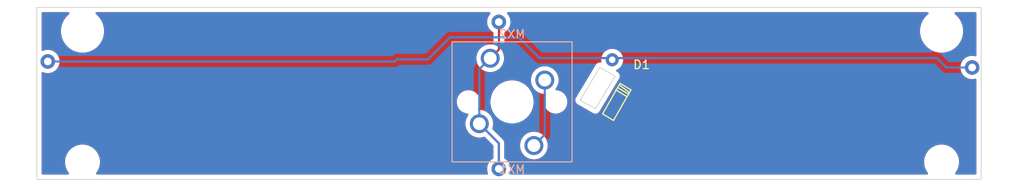
<source format=kicad_pcb>
(kicad_pcb (version 20171130) (host pcbnew "(5.1.6)-1")

  (general
    (thickness 1.6)
    (drawings 15)
    (tracks 27)
    (zones 0)
    (modules 3)
    (nets 4)
  )

  (page A4)
  (layers
    (0 F.Cu signal)
    (31 B.Cu signal)
    (32 B.Adhes user)
    (33 F.Adhes user)
    (34 B.Paste user)
    (35 F.Paste user)
    (36 B.SilkS user)
    (37 F.SilkS user)
    (38 B.Mask user)
    (39 F.Mask user)
    (40 Dwgs.User user)
    (41 Cmts.User user)
    (42 Eco1.User user)
    (43 Eco2.User user)
    (44 Edge.Cuts user)
    (45 Margin user)
    (46 B.CrtYd user)
    (47 F.CrtYd user)
    (48 B.Fab user)
    (49 F.Fab user)
  )

  (setup
    (last_trace_width 0.25)
    (trace_clearance 0.2)
    (zone_clearance 0.508)
    (zone_45_only no)
    (trace_min 0.2)
    (via_size 0.8)
    (via_drill 0.4)
    (via_min_size 0.4)
    (via_min_drill 0.3)
    (uvia_size 0.3)
    (uvia_drill 0.1)
    (uvias_allowed no)
    (uvia_min_size 0.2)
    (uvia_min_drill 0.1)
    (edge_width 0.1)
    (segment_width 0.2)
    (pcb_text_width 0.3)
    (pcb_text_size 1.5 1.5)
    (mod_edge_width 0.15)
    (mod_text_size 1 1)
    (mod_text_width 0.15)
    (pad_size 1.524 1.524)
    (pad_drill 0.762)
    (pad_to_mask_clearance 0)
    (aux_axis_origin 0 0)
    (visible_elements 7FFFFFFF)
    (pcbplotparams
      (layerselection 0x010fc_ffffffff)
      (usegerberextensions false)
      (usegerberattributes false)
      (usegerberadvancedattributes false)
      (creategerberjobfile false)
      (excludeedgelayer true)
      (linewidth 0.100000)
      (plotframeref false)
      (viasonmask false)
      (mode 1)
      (useauxorigin false)
      (hpglpennumber 1)
      (hpglpenspeed 20)
      (hpglpendiameter 15.000000)
      (psnegative false)
      (psa4output false)
      (plotreference true)
      (plotvalue true)
      (plotinvisibletext false)
      (padsonsilk false)
      (subtractmaskfromsilk false)
      (outputformat 1)
      (mirror false)
      (drillshape 0)
      (scaleselection 1)
      (outputdirectory "Gerbers"))
  )

  (net 0 "")
  (net 1 "Net-(D1-Pad2)")
  (net 2 "Net-(D1-Pad1)")
  (net 3 "Net-(MX1-Pad1)")

  (net_class Default "This is the default net class."
    (clearance 0.2)
    (trace_width 0.25)
    (via_dia 0.8)
    (via_drill 0.4)
    (uvia_dia 0.3)
    (uvia_drill 0.1)
    (add_net "Net-(D1-Pad1)")
    (add_net "Net-(D1-Pad2)")
    (add_net "Net-(MX1-Pad1)")
  )

  (module "Pikatea Macropad Encoder Side Mount:Diode Handwire helper" (layer F.Cu) (tedit 61A95E36) (tstamp 618AFB1D)
    (at 149.098 94.234)
    (path /61533FAC)
    (fp_text reference D1 (at 12.922 -2.422) (layer F.SilkS)
      (effects (font (size 1 1) (thickness 0.15)))
    )
    (fp_text value DIODE (at 14.7 -4.7) (layer F.Fab)
      (effects (font (size 1 1) (thickness 0.15)))
    )
    (pad 2 thru_hole circle (at -3.7 9.7 90) (size 1.7 1.7) (drill 0.9) (layers *.Cu *.Mask)
      (net 1 "Net-(D1-Pad2)"))
    (pad 2 thru_hole circle (at -3.7 -7.4 90) (size 1.7 1.7) (drill 0.9) (layers *.Cu *.Mask)
      (net 1 "Net-(D1-Pad2)"))
    (pad 1 thru_hole circle (at -56.2 -2.8 90) (size 1.7 1.7) (drill 0.9) (layers *.Cu *.Mask)
      (net 2 "Net-(D1-Pad1)"))
    (pad 1 thru_hole circle (at 51.4 -2.1 90) (size 1.7 1.7) (drill 0.9) (layers *.Cu *.Mask)
      (net 2 "Net-(D1-Pad1)"))
    (pad 3 thru_hole circle (at 9.5 -3) (size 1.524 1.524) (drill 0.762) (layers *.Cu *.Mask))
  )

  (module Button_Switch_Keyboard:SW_Cherry_MX_6.25u_PCB locked (layer B.Cu) (tedit 5A02FE24) (tstamp 618AFEA9)
    (at 149.479 101.219)
    (descr "Cherry MX keyswitch, 6.25u, PCB mount, http://cherryamericas.com/wp-content/uploads/2014/12/mx_cat.pdf")
    (tags "Cherry MX keyswitch 6.25u PCB")
    (path /615335F4)
    (fp_text reference MX1 (at -2.54 2.794) (layer B.SilkS)
      (effects (font (size 1 1) (thickness 0.15)) (justify mirror))
    )
    (fp_text value MX-NoLED (at -2.54 -12.954) (layer B.Fab)
      (effects (font (size 1 1) (thickness 0.15)) (justify mirror))
    )
    (fp_line (start -9.525 -12.065) (end -9.525 1.905) (layer B.SilkS) (width 0.12))
    (fp_line (start 4.445 -12.065) (end -9.525 -12.065) (layer B.SilkS) (width 0.12))
    (fp_line (start 4.445 1.905) (end 4.445 -12.065) (layer B.SilkS) (width 0.12))
    (fp_line (start -9.525 1.905) (end 4.445 1.905) (layer B.SilkS) (width 0.12))
    (fp_line (start -62.07125 -14.605) (end -62.07125 4.445) (layer Dwgs.User) (width 0.15))
    (fp_line (start 56.99125 -14.605) (end -62.07125 -14.605) (layer Dwgs.User) (width 0.15))
    (fp_line (start 56.99125 4.445) (end 56.99125 -14.605) (layer Dwgs.User) (width 0.15))
    (fp_line (start -62.07125 4.445) (end 56.99125 4.445) (layer Dwgs.User) (width 0.15))
    (fp_line (start -9.14 1.52) (end 4.06 1.52) (layer B.CrtYd) (width 0.05))
    (fp_line (start 4.06 1.52) (end 4.06 -11.68) (layer B.CrtYd) (width 0.05))
    (fp_line (start 4.06 -11.68) (end -9.14 -11.68) (layer B.CrtYd) (width 0.05))
    (fp_line (start -9.14 -11.68) (end -9.14 1.52) (layer B.CrtYd) (width 0.05))
    (fp_line (start -8.89 -11.43) (end -8.89 1.27) (layer B.Fab) (width 0.1))
    (fp_line (start 3.81 -11.43) (end -8.89 -11.43) (layer B.Fab) (width 0.1))
    (fp_line (start 3.81 1.27) (end 3.81 -11.43) (layer B.Fab) (width 0.1))
    (fp_line (start -8.89 1.27) (end 3.81 1.27) (layer B.Fab) (width 0.1))
    (fp_text user %R (at -2.54 2.794) (layer B.Fab)
      (effects (font (size 1 1) (thickness 0.15)) (justify mirror))
    )
    (pad "" np_thru_hole circle (at 47.46 1.92) (size 3.05 3.05) (drill 3.05) (layers *.Cu *.Mask))
    (pad "" np_thru_hole circle (at -52.54 1.92) (size 3.05 3.05) (drill 3.05) (layers *.Cu *.Mask))
    (pad "" np_thru_hole circle (at -52.54 -13.32) (size 4 4) (drill 4) (layers *.Cu *.Mask))
    (pad "" np_thru_hole circle (at 47.46 -13.32) (size 4 4) (drill 4) (layers *.Cu *.Mask))
    (pad "" np_thru_hole circle (at 2.54 -5.08) (size 1.7 1.7) (drill 1.7) (layers *.Cu *.Mask))
    (pad "" np_thru_hole circle (at -7.62 -5.08) (size 1.7 1.7) (drill 1.7) (layers *.Cu *.Mask))
    (pad "" np_thru_hole circle (at -2.54 -5.08) (size 4 4) (drill 4) (layers *.Cu *.Mask))
    (pad 2 thru_hole circle (at -6.35 -2.54) (size 2.2 2.2) (drill 1.5) (layers *.Cu *.Mask)
      (net 1 "Net-(D1-Pad2)"))
    (pad 1 thru_hole circle (at 0 0) (size 2.2 2.2) (drill 1.5) (layers *.Cu *.Mask)
      (net 3 "Net-(MX1-Pad1)"))
    (model ${KISYS3DMOD}/Button_Switch_Keyboard.3dshapes/SW_Cherry_MX_6.25u_PCB.wrl
      (at (xyz 0 0 0))
      (scale (xyz 1 1 1))
      (rotate (xyz 0 0 0))
    )
  )

  (module Button_Switch_Keyboard:SW_Cherry_MX_1.00u_PCB (layer B.Cu) (tedit 5A02FE24) (tstamp 618ACF93)
    (at 144.399 91.059 180)
    (descr "Cherry MX keyswitch, 1.00u, PCB mount, http://cherryamericas.com/wp-content/uploads/2014/12/mx_cat.pdf")
    (tags "Cherry MX keyswitch 1.00u PCB")
    (path /618ACDC9)
    (fp_text reference MX2 (at -2.54 2.794) (layer B.SilkS)
      (effects (font (size 1 1) (thickness 0.15)) (justify mirror))
    )
    (fp_text value MX-NoLED (at -2.54 -12.954) (layer B.Fab)
      (effects (font (size 1 1) (thickness 0.15)) (justify mirror))
    )
    (fp_line (start -8.89 1.27) (end 3.81 1.27) (layer B.Fab) (width 0.1))
    (fp_line (start 3.81 1.27) (end 3.81 -11.43) (layer B.Fab) (width 0.1))
    (fp_line (start 3.81 -11.43) (end -8.89 -11.43) (layer B.Fab) (width 0.1))
    (fp_line (start -8.89 -11.43) (end -8.89 1.27) (layer B.Fab) (width 0.1))
    (fp_line (start -9.14 -11.68) (end -9.14 1.52) (layer B.CrtYd) (width 0.05))
    (fp_line (start 4.06 -11.68) (end -9.14 -11.68) (layer B.CrtYd) (width 0.05))
    (fp_line (start 4.06 1.52) (end 4.06 -11.68) (layer B.CrtYd) (width 0.05))
    (fp_line (start -9.14 1.52) (end 4.06 1.52) (layer B.CrtYd) (width 0.05))
    (fp_line (start -12.065 4.445) (end 6.985 4.445) (layer Dwgs.User) (width 0.15))
    (fp_line (start 6.985 4.445) (end 6.985 -14.605) (layer Dwgs.User) (width 0.15))
    (fp_line (start 6.985 -14.605) (end -12.065 -14.605) (layer Dwgs.User) (width 0.15))
    (fp_line (start -12.065 -14.605) (end -12.065 4.445) (layer Dwgs.User) (width 0.15))
    (fp_line (start -9.525 1.905) (end 4.445 1.905) (layer B.SilkS) (width 0.12))
    (fp_line (start 4.445 1.905) (end 4.445 -12.065) (layer B.SilkS) (width 0.12))
    (fp_line (start 4.445 -12.065) (end -9.525 -12.065) (layer B.SilkS) (width 0.12))
    (fp_line (start -9.525 -12.065) (end -9.525 1.905) (layer B.SilkS) (width 0.12))
    (fp_text user %R (at -2.54 2.794) (layer B.Fab)
      (effects (font (size 1 1) (thickness 0.15)) (justify mirror))
    )
    (pad "" np_thru_hole circle (at 2.54 -5.08 180) (size 1.7 1.7) (drill 1.7) (layers *.Cu *.Mask))
    (pad "" np_thru_hole circle (at -7.62 -5.08 180) (size 1.7 1.7) (drill 1.7) (layers *.Cu *.Mask))
    (pad "" np_thru_hole circle (at -2.54 -5.08 180) (size 4 4) (drill 4) (layers *.Cu *.Mask))
    (pad 2 thru_hole circle (at -6.35 -2.54 180) (size 2.2 2.2) (drill 1.5) (layers *.Cu *.Mask)
      (net 3 "Net-(MX1-Pad1)"))
    (pad 1 thru_hole circle (at 0 0 180) (size 2.2 2.2) (drill 1.5) (layers *.Cu *.Mask)
      (net 1 "Net-(D1-Pad2)"))
    (model ${KISYS3DMOD}/Button_Switch_Keyboard.3dshapes/SW_Cherry_MX_1.00u_PCB.wrl
      (at (xyz 0 0 0))
      (scale (xyz 1 1 1))
      (rotate (xyz 0 0 0))
    )
  )

  (gr_line (start 159.512 94.234) (end 160.528 94.996) (layer F.SilkS) (width 0.15))
  (gr_line (start 159.258 94.488) (end 160.528 95.25) (layer F.SilkS) (width 0.15))
  (gr_line (start 160.274 95.504) (end 159.004 94.742) (layer F.SilkS) (width 0.15))
  (gr_line (start 160.782 94.742) (end 159.512 93.98) (layer F.SilkS) (width 0.15) (tstamp 618AB7B8))
  (gr_line (start 158.75 98.298) (end 160.782 94.742) (layer F.SilkS) (width 0.15))
  (gr_line (start 157.48 97.536) (end 158.75 98.298) (layer F.SilkS) (width 0.15))
  (gr_line (start 159.512 93.98) (end 157.48 97.536) (layer F.SilkS) (width 0.15))
  (gr_line (start 157.1498 92.1258) (end 154.8638 95.9358) (layer Edge.Cuts) (width 0.1))
  (gr_line (start 158.9278 93.1418) (end 157.1498 92.1258) (layer Edge.Cuts) (width 0.1))
  (gr_line (start 156.6418 96.9518) (end 158.9278 93.1418) (layer Edge.Cuts) (width 0.1))
  (gr_line (start 154.8638 95.9358) (end 156.6418 96.9518) (layer Edge.Cuts) (width 0.1))
  (gr_line (start 201.549 105.156) (end 201.549 85.1408) (layer Edge.Cuts) (width 0.1) (tstamp 61A9BC73))
  (gr_line (start 91.6178 105.156) (end 201.549 105.156) (layer Edge.Cuts) (width 0.1))
  (gr_line (start 91.6178 85.1408) (end 91.6178 105.156) (layer Edge.Cuts) (width 0.1))
  (gr_line (start 201.549 85.1408) (end 91.6178 85.1408) (layer Edge.Cuts) (width 0.1))

  (segment (start 145.415 89.451) (end 145.398 89.434) (width 0.25) (layer F.Cu) (net 1))
  (segment (start 145.415 102.817) (end 145.398 102.834) (width 0.25) (layer F.Cu) (net 1))
  (segment (start 143.129 98.679) (end 145.415 100.965) (width 0.25) (layer F.Cu) (net 1))
  (segment (start 145.415 100.965) (end 145.415 102.817) (width 0.25) (layer F.Cu) (net 1))
  (segment (start 145.415 86.851) (end 145.398 86.834) (width 0.25) (layer F.Cu) (net 1))
  (segment (start 145.415 89.451) (end 145.415 86.851) (width 0.25) (layer F.Cu) (net 1))
  (segment (start 145.415 103.917) (end 145.398 103.934) (width 0.25) (layer F.Cu) (net 1))
  (segment (start 145.415 102.817) (end 145.415 103.917) (width 0.25) (layer F.Cu) (net 1))
  (segment (start 145.415 90.043) (end 144.399 91.059) (width 0.25) (layer F.Cu) (net 1))
  (segment (start 145.415 89.451) (end 145.415 90.043) (width 0.25) (layer F.Cu) (net 1))
  (segment (start 145.398 100.948) (end 143.129 98.679) (width 0.25) (layer B.Cu) (net 1))
  (segment (start 145.398 103.934) (end 145.398 100.948) (width 0.25) (layer B.Cu) (net 1))
  (segment (start 143.129 92.329) (end 144.399 91.059) (width 0.25) (layer B.Cu) (net 1))
  (segment (start 143.129 98.679) (end 143.129 92.329) (width 0.25) (layer B.Cu) (net 1))
  (segment (start 133.65 91.186) (end 133.598 91.134) (width 0.25) (layer B.Cu) (net 2))
  (segment (start 137.16 91.186) (end 133.65 91.186) (width 0.25) (layer B.Cu) (net 2))
  (segment (start 200.498 92.134) (end 197.498 92.134) (width 0.25) (layer B.Cu) (net 2))
  (segment (start 133.598 91.134) (end 133.298 91.434) (width 0.25) (layer B.Cu) (net 2))
  (segment (start 139.7254 88.6206) (end 137.16 91.186) (width 0.25) (layer B.Cu) (net 2))
  (segment (start 150.1398 91.034) (end 147.7264 88.6206) (width 0.25) (layer B.Cu) (net 2))
  (segment (start 197.498 92.134) (end 196.398 91.034) (width 0.25) (layer B.Cu) (net 2))
  (segment (start 196.398 91.034) (end 150.1398 91.034) (width 0.25) (layer B.Cu) (net 2))
  (segment (start 133.298 91.434) (end 95.598 91.434) (width 0.25) (layer B.Cu) (net 2))
  (segment (start 147.7264 88.6206) (end 139.7254 88.6206) (width 0.25) (layer B.Cu) (net 2))
  (segment (start 95.598 91.434) (end 92.898 91.434) (width 0.25) (layer B.Cu) (net 2))
  (segment (start 150.749 99.949) (end 149.479 101.219) (width 0.25) (layer B.Cu) (net 3))
  (segment (start 150.749 93.599) (end 150.749 99.949) (width 0.25) (layer B.Cu) (net 3))

  (zone (net 0) (net_name "") (layer F.Cu) (tstamp 615305E3) (hatch edge 0.508)
    (connect_pads (clearance 0.508))
    (min_thickness 0.254)
    (fill yes (arc_segments 32) (thermal_gap 0.508) (thermal_bridge_width 0.508))
    (polygon
      (pts
        (xy 202.3618 105.41) (xy 91.3384 105.3592) (xy 91.0844 84.2772) (xy 202.1078 84.836)
      )
    )
    (filled_polygon
      (pts
        (xy 95.259285 85.852262) (xy 94.892262 86.219285) (xy 94.603893 86.650859) (xy 94.405261 87.130399) (xy 94.304 87.639475)
        (xy 94.304 88.158525) (xy 94.405261 88.667601) (xy 94.603893 89.147141) (xy 94.892262 89.578715) (xy 95.259285 89.945738)
        (xy 95.690859 90.234107) (xy 96.170399 90.432739) (xy 96.679475 90.534) (xy 97.198525 90.534) (xy 97.707601 90.432739)
        (xy 98.187141 90.234107) (xy 98.618715 89.945738) (xy 98.985738 89.578715) (xy 99.274107 89.147141) (xy 99.472739 88.667601)
        (xy 99.574 88.158525) (xy 99.574 87.639475) (xy 99.472739 87.130399) (xy 99.274107 86.650859) (xy 98.985738 86.219285)
        (xy 98.618715 85.852262) (xy 98.579112 85.8258) (xy 144.306093 85.8258) (xy 144.244525 85.887368) (xy 144.08201 86.130589)
        (xy 143.970068 86.400842) (xy 143.913 86.68774) (xy 143.913 86.98026) (xy 143.970068 87.267158) (xy 144.08201 87.537411)
        (xy 144.244525 87.780632) (xy 144.451368 87.987475) (xy 144.655001 88.123538) (xy 144.655 89.265228) (xy 144.648998 89.285015)
        (xy 144.643712 89.338685) (xy 144.569883 89.324) (xy 144.228117 89.324) (xy 143.892919 89.390675) (xy 143.577169 89.521463)
        (xy 143.293002 89.711337) (xy 143.051337 89.953002) (xy 142.861463 90.237169) (xy 142.730675 90.552919) (xy 142.664 90.888117)
        (xy 142.664 91.229883) (xy 142.730675 91.565081) (xy 142.861463 91.880831) (xy 143.051337 92.164998) (xy 143.293002 92.406663)
        (xy 143.577169 92.596537) (xy 143.892919 92.727325) (xy 144.228117 92.794) (xy 144.569883 92.794) (xy 144.905081 92.727325)
        (xy 145.220831 92.596537) (xy 145.504998 92.406663) (xy 145.746663 92.164998) (xy 145.936537 91.880831) (xy 146.067325 91.565081)
        (xy 146.134 91.229883) (xy 146.134 90.888117) (xy 146.067325 90.552919) (xy 146.03793 90.481953) (xy 146.049974 90.467277)
        (xy 146.120546 90.335247) (xy 146.137145 90.280525) (xy 146.164003 90.191986) (xy 146.175 90.080333) (xy 146.175 90.080323)
        (xy 146.178676 90.043) (xy 146.175 90.005678) (xy 146.175 89.488325) (xy 146.178676 89.451) (xy 146.175 89.413675)
        (xy 146.175 88.100819) (xy 146.344632 87.987475) (xy 146.551475 87.780632) (xy 146.71399 87.537411) (xy 146.825932 87.267158)
        (xy 146.883 86.98026) (xy 146.883 86.68774) (xy 146.825932 86.400842) (xy 146.71399 86.130589) (xy 146.551475 85.887368)
        (xy 146.489907 85.8258) (xy 195.298888 85.8258) (xy 195.259285 85.852262) (xy 194.892262 86.219285) (xy 194.603893 86.650859)
        (xy 194.405261 87.130399) (xy 194.304 87.639475) (xy 194.304 88.158525) (xy 194.405261 88.667601) (xy 194.603893 89.147141)
        (xy 194.892262 89.578715) (xy 195.259285 89.945738) (xy 195.690859 90.234107) (xy 196.170399 90.432739) (xy 196.679475 90.534)
        (xy 197.198525 90.534) (xy 197.707601 90.432739) (xy 198.187141 90.234107) (xy 198.618715 89.945738) (xy 198.985738 89.578715)
        (xy 199.274107 89.147141) (xy 199.472739 88.667601) (xy 199.574 88.158525) (xy 199.574 87.639475) (xy 199.472739 87.130399)
        (xy 199.274107 86.650859) (xy 198.985738 86.219285) (xy 198.618715 85.852262) (xy 198.579112 85.8258) (xy 200.864001 85.8258)
        (xy 200.864001 90.692709) (xy 200.64426 90.649) (xy 200.35174 90.649) (xy 200.064842 90.706068) (xy 199.794589 90.81801)
        (xy 199.551368 90.980525) (xy 199.344525 91.187368) (xy 199.18201 91.430589) (xy 199.070068 91.700842) (xy 199.013 91.98774)
        (xy 199.013 92.28026) (xy 199.070068 92.567158) (xy 199.18201 92.837411) (xy 199.344525 93.080632) (xy 199.551368 93.287475)
        (xy 199.794589 93.44999) (xy 200.064842 93.561932) (xy 200.35174 93.619) (xy 200.64426 93.619) (xy 200.864001 93.575291)
        (xy 200.864 104.471) (xy 198.646796 104.471) (xy 198.853167 104.162144) (xy 199.015992 103.769049) (xy 199.099 103.351741)
        (xy 199.099 102.926259) (xy 199.015992 102.508951) (xy 198.853167 102.115856) (xy 198.616781 101.76208) (xy 198.31592 101.461219)
        (xy 197.962144 101.224833) (xy 197.569049 101.062008) (xy 197.151741 100.979) (xy 196.726259 100.979) (xy 196.308951 101.062008)
        (xy 195.915856 101.224833) (xy 195.56208 101.461219) (xy 195.261219 101.76208) (xy 195.024833 102.115856) (xy 194.862008 102.508951)
        (xy 194.779 102.926259) (xy 194.779 103.351741) (xy 194.862008 103.769049) (xy 195.024833 104.162144) (xy 195.231204 104.471)
        (xy 146.782919 104.471) (xy 146.825932 104.367158) (xy 146.883 104.08026) (xy 146.883 103.78774) (xy 146.825932 103.500842)
        (xy 146.71399 103.230589) (xy 146.551475 102.987368) (xy 146.344632 102.780525) (xy 146.175 102.667181) (xy 146.175 101.048117)
        (xy 147.744 101.048117) (xy 147.744 101.389883) (xy 147.810675 101.725081) (xy 147.941463 102.040831) (xy 148.131337 102.324998)
        (xy 148.373002 102.566663) (xy 148.657169 102.756537) (xy 148.972919 102.887325) (xy 149.308117 102.954) (xy 149.649883 102.954)
        (xy 149.985081 102.887325) (xy 150.300831 102.756537) (xy 150.584998 102.566663) (xy 150.826663 102.324998) (xy 151.016537 102.040831)
        (xy 151.147325 101.725081) (xy 151.214 101.389883) (xy 151.214 101.048117) (xy 151.147325 100.712919) (xy 151.016537 100.397169)
        (xy 150.826663 100.113002) (xy 150.584998 99.871337) (xy 150.300831 99.681463) (xy 149.985081 99.550675) (xy 149.649883 99.484)
        (xy 149.308117 99.484) (xy 148.972919 99.550675) (xy 148.657169 99.681463) (xy 148.373002 99.871337) (xy 148.131337 100.113002)
        (xy 147.941463 100.397169) (xy 147.810675 100.712919) (xy 147.744 101.048117) (xy 146.175 101.048117) (xy 146.175 101.002322)
        (xy 146.178676 100.964999) (xy 146.175 100.927676) (xy 146.175 100.927667) (xy 146.164003 100.816014) (xy 146.120546 100.672753)
        (xy 146.049974 100.540724) (xy 145.955001 100.424999) (xy 145.926004 100.401202) (xy 144.771714 99.246912) (xy 144.797325 99.185081)
        (xy 144.864 98.849883) (xy 144.864 98.508117) (xy 144.797325 98.172919) (xy 144.666537 97.857169) (xy 144.476663 97.573002)
        (xy 144.234998 97.331337) (xy 143.950831 97.141463) (xy 143.635081 97.010675) (xy 143.299883 96.944) (xy 143.10711 96.944)
        (xy 143.17499 96.842411) (xy 143.286932 96.572158) (xy 143.344 96.28526) (xy 143.344 95.99274) (xy 143.321471 95.879475)
        (xy 144.304 95.879475) (xy 144.304 96.398525) (xy 144.405261 96.907601) (xy 144.603893 97.387141) (xy 144.892262 97.818715)
        (xy 145.259285 98.185738) (xy 145.690859 98.474107) (xy 146.170399 98.672739) (xy 146.679475 98.774) (xy 147.198525 98.774)
        (xy 147.707601 98.672739) (xy 148.187141 98.474107) (xy 148.618715 98.185738) (xy 148.985738 97.818715) (xy 149.274107 97.387141)
        (xy 149.472739 96.907601) (xy 149.574 96.398525) (xy 149.574 95.879475) (xy 149.472739 95.370399) (xy 149.274107 94.890859)
        (xy 148.985738 94.459285) (xy 148.618715 94.092262) (xy 148.187141 93.803893) (xy 147.707601 93.605261) (xy 147.198525 93.504)
        (xy 146.679475 93.504) (xy 146.170399 93.605261) (xy 145.690859 93.803893) (xy 145.259285 94.092262) (xy 144.892262 94.459285)
        (xy 144.603893 94.890859) (xy 144.405261 95.370399) (xy 144.304 95.879475) (xy 143.321471 95.879475) (xy 143.286932 95.705842)
        (xy 143.17499 95.435589) (xy 143.012475 95.192368) (xy 142.805632 94.985525) (xy 142.562411 94.82301) (xy 142.292158 94.711068)
        (xy 142.00526 94.654) (xy 141.71274 94.654) (xy 141.425842 94.711068) (xy 141.155589 94.82301) (xy 140.912368 94.985525)
        (xy 140.705525 95.192368) (xy 140.54301 95.435589) (xy 140.431068 95.705842) (xy 140.374 95.99274) (xy 140.374 96.28526)
        (xy 140.431068 96.572158) (xy 140.54301 96.842411) (xy 140.705525 97.085632) (xy 140.912368 97.292475) (xy 141.155589 97.45499)
        (xy 141.425842 97.566932) (xy 141.71274 97.624) (xy 141.747261 97.624) (xy 141.591463 97.857169) (xy 141.460675 98.172919)
        (xy 141.394 98.508117) (xy 141.394 98.849883) (xy 141.460675 99.185081) (xy 141.591463 99.500831) (xy 141.781337 99.784998)
        (xy 142.023002 100.026663) (xy 142.307169 100.216537) (xy 142.622919 100.347325) (xy 142.958117 100.414) (xy 143.299883 100.414)
        (xy 143.635081 100.347325) (xy 143.696912 100.321714) (xy 144.655 101.279802) (xy 144.655001 102.644462) (xy 144.451368 102.780525)
        (xy 144.244525 102.987368) (xy 144.08201 103.230589) (xy 143.970068 103.500842) (xy 143.913 103.78774) (xy 143.913 104.08026)
        (xy 143.970068 104.367158) (xy 144.013081 104.471) (xy 98.646796 104.471) (xy 98.853167 104.162144) (xy 99.015992 103.769049)
        (xy 99.099 103.351741) (xy 99.099 102.926259) (xy 99.015992 102.508951) (xy 98.853167 102.115856) (xy 98.616781 101.76208)
        (xy 98.31592 101.461219) (xy 97.962144 101.224833) (xy 97.569049 101.062008) (xy 97.151741 100.979) (xy 96.726259 100.979)
        (xy 96.308951 101.062008) (xy 95.915856 101.224833) (xy 95.56208 101.461219) (xy 95.261219 101.76208) (xy 95.024833 102.115856)
        (xy 94.862008 102.508951) (xy 94.779 102.926259) (xy 94.779 103.351741) (xy 94.862008 103.769049) (xy 95.024833 104.162144)
        (xy 95.231204 104.471) (xy 92.3028 104.471) (xy 92.3028 93.428117) (xy 149.014 93.428117) (xy 149.014 93.769883)
        (xy 149.080675 94.105081) (xy 149.211463 94.420831) (xy 149.401337 94.704998) (xy 149.643002 94.946663) (xy 149.927169 95.136537)
        (xy 150.242919 95.267325) (xy 150.578117 95.334) (xy 150.77089 95.334) (xy 150.70301 95.435589) (xy 150.591068 95.705842)
        (xy 150.534 95.99274) (xy 150.534 96.28526) (xy 150.591068 96.572158) (xy 150.70301 96.842411) (xy 150.865525 97.085632)
        (xy 151.072368 97.292475) (xy 151.315589 97.45499) (xy 151.585842 97.566932) (xy 151.87274 97.624) (xy 152.16526 97.624)
        (xy 152.452158 97.566932) (xy 152.722411 97.45499) (xy 152.965632 97.292475) (xy 153.172475 97.085632) (xy 153.33499 96.842411)
        (xy 153.446932 96.572158) (xy 153.504 96.28526) (xy 153.504 95.99274) (xy 153.49933 95.969259) (xy 154.1763 95.969259)
        (xy 154.177376 95.976533) (xy 154.177168 95.983875) (xy 154.187234 96.043199) (xy 154.196039 96.10274) (xy 154.198511 96.10966)
        (xy 154.199741 96.116907) (xy 154.221189 96.173132) (xy 154.241437 96.229806) (xy 154.245213 96.236113) (xy 154.247832 96.242978)
        (xy 154.279837 96.293938) (xy 154.310754 96.345574) (xy 154.315687 96.351022) (xy 154.319596 96.357246) (xy 154.360927 96.400982)
        (xy 154.401324 96.445595) (xy 154.407227 96.449977) (xy 154.412273 96.455317) (xy 154.461324 96.490137) (xy 154.509666 96.526024)
        (xy 154.546828 96.543621) (xy 156.266385 97.526226) (xy 156.287666 97.542024) (xy 156.324821 97.559618) (xy 156.331158 97.563239)
        (xy 156.35522 97.574013) (xy 156.409617 97.599771) (xy 156.416745 97.60156) (xy 156.423452 97.604563) (xy 156.482131 97.61797)
        (xy 156.540492 97.632617) (xy 156.54783 97.632981) (xy 156.554995 97.634618) (xy 156.615139 97.636319) (xy 156.675259 97.6393)
        (xy 156.682533 97.638224) (xy 156.689875 97.638432) (xy 156.749195 97.628366) (xy 156.80874 97.619561) (xy 156.815661 97.617088)
        (xy 156.822906 97.615859) (xy 156.879124 97.594414) (xy 156.935806 97.574163) (xy 156.942113 97.570387) (xy 156.948978 97.567768)
        (xy 156.999929 97.535769) (xy 157.051574 97.504846) (xy 157.057024 97.499911) (xy 157.063245 97.496004) (xy 157.106969 97.454685)
        (xy 157.151595 97.414276) (xy 157.155977 97.408373) (xy 157.161317 97.403327) (xy 157.196145 97.354265) (xy 157.211871 97.333081)
        (xy 157.215629 97.326817) (xy 157.239423 97.293299) (xy 157.250252 97.269112) (xy 159.50163 93.516816) (xy 159.525423 93.483299)
        (xy 159.550003 93.428401) (xy 159.575771 93.373984) (xy 159.577562 93.36685) (xy 159.580563 93.360146) (xy 159.593956 93.301527)
        (xy 159.608617 93.24311) (xy 159.608981 93.235762) (xy 159.610617 93.228603) (xy 159.612317 93.168493) (xy 159.6153 93.108342)
        (xy 159.614224 93.101068) (xy 159.614432 93.093723) (xy 159.604364 93.034386) (xy 159.595561 92.97486) (xy 159.593089 92.967941)
        (xy 159.591859 92.960692) (xy 159.570403 92.904445) (xy 159.550163 92.847794) (xy 159.546389 92.841491) (xy 159.543768 92.83462)
        (xy 159.511743 92.783628) (xy 159.480846 92.732026) (xy 159.475915 92.726581) (xy 159.472004 92.720353) (xy 159.43064 92.676581)
        (xy 159.390276 92.632006) (xy 159.38438 92.627629) (xy 159.379327 92.622282) (xy 159.330213 92.587417) (xy 159.281934 92.551576)
        (xy 159.244795 92.53399) (xy 159.188182 92.50164) (xy 159.259727 92.472005) (xy 159.488535 92.31912) (xy 159.68312 92.124535)
        (xy 159.836005 91.895727) (xy 159.941314 91.64149) (xy 159.995 91.371592) (xy 159.995 91.096408) (xy 159.941314 90.82651)
        (xy 159.836005 90.572273) (xy 159.68312 90.343465) (xy 159.488535 90.14888) (xy 159.259727 89.995995) (xy 159.00549 89.890686)
        (xy 158.735592 89.837) (xy 158.460408 89.837) (xy 158.19051 89.890686) (xy 157.936273 89.995995) (xy 157.707465 90.14888)
        (xy 157.51288 90.343465) (xy 157.359995 90.572273) (xy 157.254686 90.82651) (xy 157.201 91.096408) (xy 157.201 91.371592)
        (xy 157.215079 91.442373) (xy 157.176435 91.441281) (xy 157.11634 91.438301) (xy 157.109072 91.439376) (xy 157.101725 91.439168)
        (xy 157.042387 91.449236) (xy 156.982859 91.458039) (xy 156.975938 91.460512) (xy 156.968693 91.461741) (xy 156.912482 91.483183)
        (xy 156.855793 91.503437) (xy 156.849485 91.507214) (xy 156.842622 91.509832) (xy 156.791682 91.541824) (xy 156.740025 91.572754)
        (xy 156.734575 91.577689) (xy 156.728354 91.581596) (xy 156.684641 91.622905) (xy 156.640004 91.663324) (xy 156.63562 91.66923)
        (xy 156.630283 91.674273) (xy 156.595477 91.723304) (xy 156.579728 91.744519) (xy 156.575964 91.750792) (xy 156.552177 91.784301)
        (xy 156.54135 91.808482) (xy 154.289973 95.560779) (xy 154.266177 95.594301) (xy 154.241585 95.649225) (xy 154.215829 95.703617)
        (xy 154.21404 95.710747) (xy 154.211037 95.717453) (xy 154.197634 95.776116) (xy 154.182983 95.834492) (xy 154.182619 95.841832)
        (xy 154.180982 95.848997) (xy 154.179281 95.909137) (xy 154.1763 95.969259) (xy 153.49933 95.969259) (xy 153.446932 95.705842)
        (xy 153.33499 95.435589) (xy 153.172475 95.192368) (xy 152.965632 94.985525) (xy 152.722411 94.82301) (xy 152.452158 94.711068)
        (xy 152.16526 94.654) (xy 152.130739 94.654) (xy 152.286537 94.420831) (xy 152.417325 94.105081) (xy 152.484 93.769883)
        (xy 152.484 93.428117) (xy 152.417325 93.092919) (xy 152.286537 92.777169) (xy 152.096663 92.493002) (xy 151.854998 92.251337)
        (xy 151.570831 92.061463) (xy 151.255081 91.930675) (xy 150.919883 91.864) (xy 150.578117 91.864) (xy 150.242919 91.930675)
        (xy 149.927169 92.061463) (xy 149.643002 92.251337) (xy 149.401337 92.493002) (xy 149.211463 92.777169) (xy 149.080675 93.092919)
        (xy 149.014 93.428117) (xy 92.3028 93.428117) (xy 92.3028 92.794812) (xy 92.464842 92.861932) (xy 92.75174 92.919)
        (xy 93.04426 92.919) (xy 93.331158 92.861932) (xy 93.601411 92.74999) (xy 93.844632 92.587475) (xy 94.051475 92.380632)
        (xy 94.21399 92.137411) (xy 94.325932 91.867158) (xy 94.383 91.58026) (xy 94.383 91.28774) (xy 94.325932 91.000842)
        (xy 94.21399 90.730589) (xy 94.051475 90.487368) (xy 93.844632 90.280525) (xy 93.601411 90.11801) (xy 93.331158 90.006068)
        (xy 93.04426 89.949) (xy 92.75174 89.949) (xy 92.464842 90.006068) (xy 92.3028 90.073188) (xy 92.3028 85.8258)
        (xy 95.298888 85.8258)
      )
    )
  )
  (zone (net 0) (net_name "") (layer B.Cu) (tstamp 615305E0) (hatch edge 0.508)
    (connect_pads (clearance 0.508))
    (min_thickness 0.254)
    (fill yes (arc_segments 32) (thermal_gap 0.508) (thermal_bridge_width 0.508))
    (polygon
      (pts
        (xy 202.311 105.6386) (xy 91.2622 105.3592) (xy 91.0082 84.2772) (xy 202.057 84.8106)
      )
    )
    (filled_polygon
      (pts
        (xy 143.892919 89.390675) (xy 143.577169 89.521463) (xy 143.293002 89.711337) (xy 143.051337 89.953002) (xy 142.861463 90.237169)
        (xy 142.730675 90.552919) (xy 142.664 90.888117) (xy 142.664 91.229883) (xy 142.730675 91.565081) (xy 142.756286 91.626912)
        (xy 142.617998 91.765201) (xy 142.589 91.788999) (xy 142.565202 91.817997) (xy 142.565201 91.817998) (xy 142.494026 91.904724)
        (xy 142.423454 92.036754) (xy 142.396827 92.124535) (xy 142.379998 92.180014) (xy 142.375359 92.22711) (xy 142.365324 92.329)
        (xy 142.369001 92.366332) (xy 142.369001 94.742897) (xy 142.292158 94.711068) (xy 142.00526 94.654) (xy 141.71274 94.654)
        (xy 141.425842 94.711068) (xy 141.155589 94.82301) (xy 140.912368 94.985525) (xy 140.705525 95.192368) (xy 140.54301 95.435589)
        (xy 140.431068 95.705842) (xy 140.374 95.99274) (xy 140.374 96.28526) (xy 140.431068 96.572158) (xy 140.54301 96.842411)
        (xy 140.705525 97.085632) (xy 140.912368 97.292475) (xy 141.155589 97.45499) (xy 141.425842 97.566932) (xy 141.71274 97.624)
        (xy 141.747261 97.624) (xy 141.591463 97.857169) (xy 141.460675 98.172919) (xy 141.394 98.508117) (xy 141.394 98.849883)
        (xy 141.460675 99.185081) (xy 141.591463 99.500831) (xy 141.781337 99.784998) (xy 142.023002 100.026663) (xy 142.307169 100.216537)
        (xy 142.622919 100.347325) (xy 142.958117 100.414) (xy 143.299883 100.414) (xy 143.635081 100.347325) (xy 143.696912 100.321714)
        (xy 144.638001 101.262803) (xy 144.638 102.655821) (xy 144.451368 102.780525) (xy 144.244525 102.987368) (xy 144.08201 103.230589)
        (xy 143.970068 103.500842) (xy 143.913 103.78774) (xy 143.913 104.08026) (xy 143.970068 104.367158) (xy 144.013081 104.471)
        (xy 98.646796 104.471) (xy 98.853167 104.162144) (xy 99.015992 103.769049) (xy 99.099 103.351741) (xy 99.099 102.926259)
        (xy 99.015992 102.508951) (xy 98.853167 102.115856) (xy 98.616781 101.76208) (xy 98.31592 101.461219) (xy 97.962144 101.224833)
        (xy 97.569049 101.062008) (xy 97.151741 100.979) (xy 96.726259 100.979) (xy 96.308951 101.062008) (xy 95.915856 101.224833)
        (xy 95.56208 101.461219) (xy 95.261219 101.76208) (xy 95.024833 102.115856) (xy 94.862008 102.508951) (xy 94.779 102.926259)
        (xy 94.779 103.351741) (xy 94.862008 103.769049) (xy 95.024833 104.162144) (xy 95.231204 104.471) (xy 92.3028 104.471)
        (xy 92.3028 92.794812) (xy 92.464842 92.861932) (xy 92.75174 92.919) (xy 93.04426 92.919) (xy 93.331158 92.861932)
        (xy 93.601411 92.74999) (xy 93.844632 92.587475) (xy 94.051475 92.380632) (xy 94.176178 92.194) (xy 133.260678 92.194)
        (xy 133.298 92.197676) (xy 133.335322 92.194) (xy 133.335333 92.194) (xy 133.446986 92.183003) (xy 133.590247 92.139546)
        (xy 133.722276 92.068974) (xy 133.838001 91.974001) (xy 133.860981 91.946) (xy 137.122678 91.946) (xy 137.16 91.949676)
        (xy 137.197322 91.946) (xy 137.197333 91.946) (xy 137.308986 91.935003) (xy 137.452247 91.891546) (xy 137.584276 91.820974)
        (xy 137.700001 91.726001) (xy 137.723804 91.696997) (xy 140.040203 89.3806) (xy 143.943569 89.3806)
      )
    )
    (filled_polygon
      (pts
        (xy 149.576 91.545002) (xy 149.599799 91.574001) (xy 149.628797 91.597799) (xy 149.715523 91.668974) (xy 149.847553 91.739546)
        (xy 149.990814 91.783003) (xy 150.102467 91.794) (xy 150.102477 91.794) (xy 150.139799 91.797676) (xy 150.177122 91.794)
        (xy 156.547834 91.794) (xy 156.54135 91.808482) (xy 154.289973 95.560779) (xy 154.266177 95.594301) (xy 154.241585 95.649225)
        (xy 154.215829 95.703617) (xy 154.21404 95.710747) (xy 154.211037 95.717453) (xy 154.197634 95.776116) (xy 154.182983 95.834492)
        (xy 154.182619 95.841832) (xy 154.180982 95.848997) (xy 154.179281 95.909137) (xy 154.1763 95.969259) (xy 154.177376 95.976533)
        (xy 154.177168 95.983875) (xy 154.187234 96.043199) (xy 154.196039 96.10274) (xy 154.198511 96.10966) (xy 154.199741 96.116907)
        (xy 154.221189 96.173132) (xy 154.241437 96.229806) (xy 154.245213 96.236113) (xy 154.247832 96.242978) (xy 154.279837 96.293938)
        (xy 154.310754 96.345574) (xy 154.315687 96.351022) (xy 154.319596 96.357246) (xy 154.360927 96.400982) (xy 154.401324 96.445595)
        (xy 154.407227 96.449977) (xy 154.412273 96.455317) (xy 154.461324 96.490137) (xy 154.509666 96.526024) (xy 154.546828 96.543621)
        (xy 156.266385 97.526226) (xy 156.287666 97.542024) (xy 156.324821 97.559618) (xy 156.331158 97.563239) (xy 156.35522 97.574013)
        (xy 156.409617 97.599771) (xy 156.416745 97.60156) (xy 156.423452 97.604563) (xy 156.482131 97.61797) (xy 156.540492 97.632617)
        (xy 156.54783 97.632981) (xy 156.554995 97.634618) (xy 156.615139 97.636319) (xy 156.675259 97.6393) (xy 156.682533 97.638224)
        (xy 156.689875 97.638432) (xy 156.749195 97.628366) (xy 156.80874 97.619561) (xy 156.815661 97.617088) (xy 156.822906 97.615859)
        (xy 156.879124 97.594414) (xy 156.935806 97.574163) (xy 156.942113 97.570387) (xy 156.948978 97.567768) (xy 156.999929 97.535769)
        (xy 157.051574 97.504846) (xy 157.057024 97.499911) (xy 157.063245 97.496004) (xy 157.106969 97.454685) (xy 157.151595 97.414276)
        (xy 157.155977 97.408373) (xy 157.161317 97.403327) (xy 157.196145 97.354265) (xy 157.211871 97.333081) (xy 157.215629 97.326817)
        (xy 157.239423 97.293299) (xy 157.250252 97.269112) (xy 159.50163 93.516816) (xy 159.525423 93.483299) (xy 159.550003 93.428401)
        (xy 159.575771 93.373984) (xy 159.577562 93.36685) (xy 159.580563 93.360146) (xy 159.593956 93.301527) (xy 159.608617 93.24311)
        (xy 159.608981 93.235762) (xy 159.610617 93.228603) (xy 159.612317 93.168493) (xy 159.6153 93.108342) (xy 159.614224 93.101068)
        (xy 159.614432 93.093723) (xy 159.604364 93.034386) (xy 159.595561 92.97486) (xy 159.593089 92.967941) (xy 159.591859 92.960692)
        (xy 159.570403 92.904445) (xy 159.550163 92.847794) (xy 159.546389 92.841491) (xy 159.543768 92.83462) (xy 159.511743 92.783628)
        (xy 159.480846 92.732026) (xy 159.475915 92.726581) (xy 159.472004 92.720353) (xy 159.43064 92.676581) (xy 159.390276 92.632006)
        (xy 159.38438 92.627629) (xy 159.379327 92.622282) (xy 159.330213 92.587417) (xy 159.281934 92.551576) (xy 159.244795 92.53399)
        (xy 159.188182 92.50164) (xy 159.259727 92.472005) (xy 159.488535 92.31912) (xy 159.68312 92.124535) (xy 159.836005 91.895727)
        (xy 159.878142 91.794) (xy 196.083199 91.794) (xy 196.934201 92.645003) (xy 196.957999 92.674001) (xy 196.986997 92.697799)
        (xy 197.073723 92.768974) (xy 197.196537 92.83462) (xy 197.205753 92.839546) (xy 197.349014 92.883003) (xy 197.460667 92.894)
        (xy 197.460677 92.894) (xy 197.498 92.897676) (xy 197.535323 92.894) (xy 199.219822 92.894) (xy 199.344525 93.080632)
        (xy 199.551368 93.287475) (xy 199.794589 93.44999) (xy 200.064842 93.561932) (xy 200.35174 93.619) (xy 200.64426 93.619)
        (xy 200.864001 93.575291) (xy 200.864 104.471) (xy 198.646796 104.471) (xy 198.853167 104.162144) (xy 199.015992 103.769049)
        (xy 199.099 103.351741) (xy 199.099 102.926259) (xy 199.015992 102.508951) (xy 198.853167 102.115856) (xy 198.616781 101.76208)
        (xy 198.31592 101.461219) (xy 197.962144 101.224833) (xy 197.569049 101.062008) (xy 197.151741 100.979) (xy 196.726259 100.979)
        (xy 196.308951 101.062008) (xy 195.915856 101.224833) (xy 195.56208 101.461219) (xy 195.261219 101.76208) (xy 195.024833 102.115856)
        (xy 194.862008 102.508951) (xy 194.779 102.926259) (xy 194.779 103.351741) (xy 194.862008 103.769049) (xy 195.024833 104.162144)
        (xy 195.231204 104.471) (xy 146.782919 104.471) (xy 146.825932 104.367158) (xy 146.883 104.08026) (xy 146.883 103.78774)
        (xy 146.825932 103.500842) (xy 146.71399 103.230589) (xy 146.551475 102.987368) (xy 146.344632 102.780525) (xy 146.158 102.655822)
        (xy 146.158 101.048117) (xy 147.744 101.048117) (xy 147.744 101.389883) (xy 147.810675 101.725081) (xy 147.941463 102.040831)
        (xy 148.131337 102.324998) (xy 148.373002 102.566663) (xy 148.657169 102.756537) (xy 148.972919 102.887325) (xy 149.308117 102.954)
        (xy 149.649883 102.954) (xy 149.985081 102.887325) (xy 150.300831 102.756537) (xy 150.584998 102.566663) (xy 150.826663 102.324998)
        (xy 151.016537 102.040831) (xy 151.147325 101.725081) (xy 151.214 101.389883) (xy 151.214 101.048117) (xy 151.147325 100.712919)
        (xy 151.121714 100.651088) (xy 151.260003 100.512799) (xy 151.289001 100.489001) (xy 151.383974 100.373276) (xy 151.454546 100.241247)
        (xy 151.498003 100.097986) (xy 151.509 99.986333) (xy 151.509 99.986324) (xy 151.512676 99.949001) (xy 151.509 99.911678)
        (xy 151.509 97.535103) (xy 151.585842 97.566932) (xy 151.87274 97.624) (xy 152.16526 97.624) (xy 152.452158 97.566932)
        (xy 152.722411 97.45499) (xy 152.965632 97.292475) (xy 153.172475 97.085632) (xy 153.33499 96.842411) (xy 153.446932 96.572158)
        (xy 153.504 96.28526) (xy 153.504 95.99274) (xy 153.446932 95.705842) (xy 153.33499 95.435589) (xy 153.172475 95.192368)
        (xy 152.965632 94.985525) (xy 152.722411 94.82301) (xy 152.452158 94.711068) (xy 152.16526 94.654) (xy 152.130739 94.654)
        (xy 152.286537 94.420831) (xy 152.417325 94.105081) (xy 152.484 93.769883) (xy 152.484 93.428117) (xy 152.417325 93.092919)
        (xy 152.286537 92.777169) (xy 152.096663 92.493002) (xy 151.854998 92.251337) (xy 151.570831 92.061463) (xy 151.255081 91.930675)
        (xy 150.919883 91.864) (xy 150.578117 91.864) (xy 150.242919 91.930675) (xy 149.927169 92.061463) (xy 149.643002 92.251337)
        (xy 149.401337 92.493002) (xy 149.211463 92.777169) (xy 149.080675 93.092919) (xy 149.014 93.428117) (xy 149.014 93.769883)
        (xy 149.080675 94.105081) (xy 149.211463 94.420831) (xy 149.401337 94.704998) (xy 149.643002 94.946663) (xy 149.927169 95.136537)
        (xy 149.989 95.162148) (xy 149.989001 99.552299) (xy 149.985081 99.550675) (xy 149.649883 99.484) (xy 149.308117 99.484)
        (xy 148.972919 99.550675) (xy 148.657169 99.681463) (xy 148.373002 99.871337) (xy 148.131337 100.113002) (xy 147.941463 100.397169)
        (xy 147.810675 100.712919) (xy 147.744 101.048117) (xy 146.158 101.048117) (xy 146.158 100.985333) (xy 146.161677 100.948)
        (xy 146.147003 100.799014) (xy 146.103546 100.655753) (xy 146.032974 100.523724) (xy 145.961799 100.436997) (xy 145.938001 100.407999)
        (xy 145.909003 100.384201) (xy 144.771714 99.246912) (xy 144.797325 99.185081) (xy 144.864 98.849883) (xy 144.864 98.508117)
        (xy 144.797325 98.172919) (xy 144.666537 97.857169) (xy 144.476663 97.573002) (xy 144.234998 97.331337) (xy 143.950831 97.141463)
        (xy 143.889 97.115852) (xy 143.889 95.879475) (xy 144.304 95.879475) (xy 144.304 96.398525) (xy 144.405261 96.907601)
        (xy 144.603893 97.387141) (xy 144.892262 97.818715) (xy 145.259285 98.185738) (xy 145.690859 98.474107) (xy 146.170399 98.672739)
        (xy 146.679475 98.774) (xy 147.198525 98.774) (xy 147.707601 98.672739) (xy 148.187141 98.474107) (xy 148.618715 98.185738)
        (xy 148.985738 97.818715) (xy 149.274107 97.387141) (xy 149.472739 96.907601) (xy 149.574 96.398525) (xy 149.574 95.879475)
        (xy 149.472739 95.370399) (xy 149.274107 94.890859) (xy 148.985738 94.459285) (xy 148.618715 94.092262) (xy 148.187141 93.803893)
        (xy 147.707601 93.605261) (xy 147.198525 93.504) (xy 146.679475 93.504) (xy 146.170399 93.605261) (xy 145.690859 93.803893)
        (xy 145.259285 94.092262) (xy 144.892262 94.459285) (xy 144.603893 94.890859) (xy 144.405261 95.370399) (xy 144.304 95.879475)
        (xy 143.889 95.879475) (xy 143.889 92.725702) (xy 143.892919 92.727325) (xy 144.228117 92.794) (xy 144.569883 92.794)
        (xy 144.905081 92.727325) (xy 145.220831 92.596537) (xy 145.504998 92.406663) (xy 145.746663 92.164998) (xy 145.936537 91.880831)
        (xy 146.067325 91.565081) (xy 146.134 91.229883) (xy 146.134 90.888117) (xy 146.067325 90.552919) (xy 145.936537 90.237169)
        (xy 145.746663 89.953002) (xy 145.504998 89.711337) (xy 145.220831 89.521463) (xy 144.905081 89.390675) (xy 144.854431 89.3806)
        (xy 147.411599 89.3806)
      )
    )
    (filled_polygon
      (pts
        (xy 200.864001 90.692709) (xy 200.64426 90.649) (xy 200.35174 90.649) (xy 200.064842 90.706068) (xy 199.794589 90.81801)
        (xy 199.551368 90.980525) (xy 199.344525 91.187368) (xy 199.219822 91.374) (xy 197.812802 91.374) (xy 196.972801 90.534)
        (xy 197.198525 90.534) (xy 197.707601 90.432739) (xy 198.187141 90.234107) (xy 198.618715 89.945738) (xy 198.985738 89.578715)
        (xy 199.274107 89.147141) (xy 199.472739 88.667601) (xy 199.574 88.158525) (xy 199.574 87.639475) (xy 199.472739 87.130399)
        (xy 199.274107 86.650859) (xy 198.985738 86.219285) (xy 198.618715 85.852262) (xy 198.579112 85.8258) (xy 200.864001 85.8258)
      )
    )
    (filled_polygon
      (pts
        (xy 95.259285 85.852262) (xy 94.892262 86.219285) (xy 94.603893 86.650859) (xy 94.405261 87.130399) (xy 94.304 87.639475)
        (xy 94.304 88.158525) (xy 94.405261 88.667601) (xy 94.603893 89.147141) (xy 94.892262 89.578715) (xy 95.259285 89.945738)
        (xy 95.690859 90.234107) (xy 96.170399 90.432739) (xy 96.679475 90.534) (xy 97.198525 90.534) (xy 97.707601 90.432739)
        (xy 98.187141 90.234107) (xy 98.618715 89.945738) (xy 98.985738 89.578715) (xy 99.274107 89.147141) (xy 99.472739 88.667601)
        (xy 99.574 88.158525) (xy 99.574 87.639475) (xy 99.472739 87.130399) (xy 99.274107 86.650859) (xy 98.985738 86.219285)
        (xy 98.618715 85.852262) (xy 98.579112 85.8258) (xy 144.306093 85.8258) (xy 144.244525 85.887368) (xy 144.08201 86.130589)
        (xy 143.970068 86.400842) (xy 143.913 86.68774) (xy 143.913 86.98026) (xy 143.970068 87.267158) (xy 144.08201 87.537411)
        (xy 144.244525 87.780632) (xy 144.324493 87.8606) (xy 139.762722 87.8606) (xy 139.725399 87.856924) (xy 139.688076 87.8606)
        (xy 139.688067 87.8606) (xy 139.576414 87.871597) (xy 139.433153 87.915054) (xy 139.301124 87.985626) (xy 139.301122 87.985627)
        (xy 139.301123 87.985627) (xy 139.214396 88.056801) (xy 139.214392 88.056805) (xy 139.185399 88.080599) (xy 139.161605 88.109592)
        (xy 136.845199 90.426) (xy 133.882156 90.426) (xy 133.746985 90.384998) (xy 133.598 90.370324) (xy 133.597999 90.370324)
        (xy 133.449013 90.384998) (xy 133.305753 90.428454) (xy 133.195534 90.487368) (xy 133.173724 90.499026) (xy 133.057999 90.593999)
        (xy 133.034196 90.623003) (xy 132.983199 90.674) (xy 94.176178 90.674) (xy 94.051475 90.487368) (xy 93.844632 90.280525)
        (xy 93.601411 90.11801) (xy 93.331158 90.006068) (xy 93.04426 89.949) (xy 92.75174 89.949) (xy 92.464842 90.006068)
        (xy 92.3028 90.073188) (xy 92.3028 85.8258) (xy 95.298888 85.8258)
      )
    )
    (filled_polygon
      (pts
        (xy 195.259285 85.852262) (xy 194.892262 86.219285) (xy 194.603893 86.650859) (xy 194.405261 87.130399) (xy 194.304 87.639475)
        (xy 194.304 88.158525) (xy 194.405261 88.667601) (xy 194.603893 89.147141) (xy 194.892262 89.578715) (xy 195.259285 89.945738)
        (xy 195.690859 90.234107) (xy 195.787169 90.274) (xy 159.613655 90.274) (xy 159.488535 90.14888) (xy 159.259727 89.995995)
        (xy 159.00549 89.890686) (xy 158.735592 89.837) (xy 158.460408 89.837) (xy 158.19051 89.890686) (xy 157.936273 89.995995)
        (xy 157.707465 90.14888) (xy 157.582345 90.274) (xy 150.454602 90.274) (xy 148.290204 88.109603) (xy 148.266401 88.080599)
        (xy 148.150676 87.985626) (xy 148.018647 87.915054) (xy 147.875386 87.871597) (xy 147.763733 87.8606) (xy 147.763722 87.8606)
        (xy 147.7264 87.856924) (xy 147.689078 87.8606) (xy 146.471507 87.8606) (xy 146.551475 87.780632) (xy 146.71399 87.537411)
        (xy 146.825932 87.267158) (xy 146.883 86.98026) (xy 146.883 86.68774) (xy 146.825932 86.400842) (xy 146.71399 86.130589)
        (xy 146.551475 85.887368) (xy 146.489907 85.8258) (xy 195.298888 85.8258)
      )
    )
  )
)

</source>
